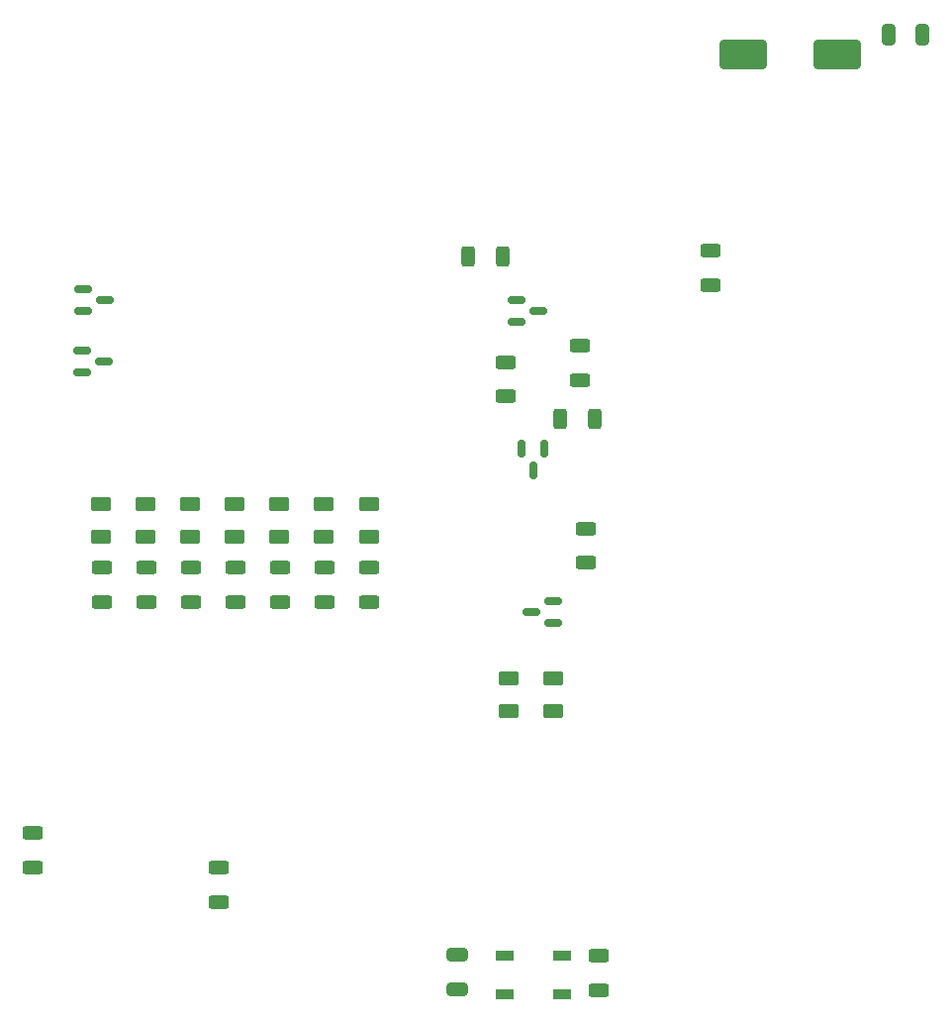
<source format=gtp>
G04 #@! TF.GenerationSoftware,KiCad,Pcbnew,7.0.1*
G04 #@! TF.CreationDate,2023-12-11T01:42:52-03:00*
G04 #@! TF.ProjectId,Shield STM32 Bluepill,53686965-6c64-4205-9354-4d333220426c,2.0*
G04 #@! TF.SameCoordinates,Original*
G04 #@! TF.FileFunction,Paste,Top*
G04 #@! TF.FilePolarity,Positive*
%FSLAX46Y46*%
G04 Gerber Fmt 4.6, Leading zero omitted, Abs format (unit mm)*
G04 Created by KiCad (PCBNEW 7.0.1) date 2023-12-11 01:42:52*
%MOMM*%
%LPD*%
G01*
G04 APERTURE LIST*
G04 Aperture macros list*
%AMRoundRect*
0 Rectangle with rounded corners*
0 $1 Rounding radius*
0 $2 $3 $4 $5 $6 $7 $8 $9 X,Y pos of 4 corners*
0 Add a 4 corners polygon primitive as box body*
4,1,4,$2,$3,$4,$5,$6,$7,$8,$9,$2,$3,0*
0 Add four circle primitives for the rounded corners*
1,1,$1+$1,$2,$3*
1,1,$1+$1,$4,$5*
1,1,$1+$1,$6,$7*
1,1,$1+$1,$8,$9*
0 Add four rect primitives between the rounded corners*
20,1,$1+$1,$2,$3,$4,$5,0*
20,1,$1+$1,$4,$5,$6,$7,0*
20,1,$1+$1,$6,$7,$8,$9,0*
20,1,$1+$1,$8,$9,$2,$3,0*%
G04 Aperture macros list end*
%ADD10RoundRect,0.250000X0.625000X-0.312500X0.625000X0.312500X-0.625000X0.312500X-0.625000X-0.312500X0*%
%ADD11RoundRect,0.150000X-0.587500X-0.150000X0.587500X-0.150000X0.587500X0.150000X-0.587500X0.150000X0*%
%ADD12RoundRect,0.250000X0.625000X-0.375000X0.625000X0.375000X-0.625000X0.375000X-0.625000X-0.375000X0*%
%ADD13RoundRect,0.250000X-0.625000X0.312500X-0.625000X-0.312500X0.625000X-0.312500X0.625000X0.312500X0*%
%ADD14RoundRect,0.150000X-0.150000X0.587500X-0.150000X-0.587500X0.150000X-0.587500X0.150000X0.587500X0*%
%ADD15RoundRect,0.250000X-0.325000X-0.650000X0.325000X-0.650000X0.325000X0.650000X-0.325000X0.650000X0*%
%ADD16RoundRect,0.250000X0.312500X0.625000X-0.312500X0.625000X-0.312500X-0.625000X0.312500X-0.625000X0*%
%ADD17R,1.500000X0.900000*%
%ADD18RoundRect,0.250000X1.750000X1.000000X-1.750000X1.000000X-1.750000X-1.000000X1.750000X-1.000000X0*%
%ADD19RoundRect,0.150000X0.587500X0.150000X-0.587500X0.150000X-0.587500X-0.150000X0.587500X-0.150000X0*%
%ADD20RoundRect,0.250000X-0.650000X0.325000X-0.650000X-0.325000X0.650000X-0.325000X0.650000X0.325000X0*%
G04 APERTURE END LIST*
D10*
X146900000Y-105475000D03*
X146900000Y-102550000D03*
D11*
X172417500Y-53980000D03*
X172417500Y-55880000D03*
X174292500Y-54930000D03*
D10*
X155981400Y-79806800D03*
X155981400Y-76881800D03*
D11*
X135257300Y-58290700D03*
X135257300Y-60190700D03*
X137132300Y-59240700D03*
D12*
X171704000Y-89154000D03*
X171704000Y-86354000D03*
X148312500Y-74221800D03*
X148312500Y-71421800D03*
X136875000Y-74221800D03*
X136875000Y-71421800D03*
X159750000Y-74221800D03*
X159750000Y-71421800D03*
D13*
X159791400Y-76881800D03*
X159791400Y-79806800D03*
D12*
X144500000Y-74221800D03*
X144500000Y-71421800D03*
X152125000Y-74221800D03*
X152125000Y-71421800D03*
D10*
X136931400Y-79806800D03*
X136931400Y-76881800D03*
D14*
X174764500Y-66692500D03*
X172864500Y-66692500D03*
X173814500Y-68567500D03*
D12*
X140687500Y-74221800D03*
X140687500Y-71421800D03*
D15*
X204200000Y-31300000D03*
X207150000Y-31300000D03*
D11*
X135290000Y-53050000D03*
X135290000Y-54950000D03*
X137165000Y-54000000D03*
D10*
X140741400Y-79806800D03*
X140741400Y-76881800D03*
D16*
X179070000Y-64135000D03*
X176145000Y-64135000D03*
D13*
X188976000Y-49784000D03*
X188976000Y-52709000D03*
D10*
X171450000Y-62230000D03*
X171450000Y-59305000D03*
X131025000Y-102475000D03*
X131025000Y-99550000D03*
D17*
X171392000Y-110050000D03*
X171392000Y-113350000D03*
X176292000Y-113350000D03*
X176292000Y-110050000D03*
D10*
X148361400Y-79806800D03*
X148361400Y-76881800D03*
X152171400Y-79806800D03*
X152171400Y-76881800D03*
X177800000Y-60837000D03*
X177800000Y-57912000D03*
D18*
X199834000Y-33020000D03*
X191834000Y-33020000D03*
D19*
X175562500Y-81595000D03*
X175562500Y-79695000D03*
X173687500Y-80645000D03*
D12*
X155937500Y-74221800D03*
X155937500Y-71421800D03*
D13*
X179450000Y-110050000D03*
X179450000Y-112975000D03*
D20*
X167350000Y-110000000D03*
X167350000Y-112950000D03*
D10*
X144551400Y-79806800D03*
X144551400Y-76881800D03*
X178308000Y-76454000D03*
X178308000Y-73529000D03*
D16*
X171196000Y-50292000D03*
X168271000Y-50292000D03*
D12*
X175514000Y-89154000D03*
X175514000Y-86354000D03*
M02*

</source>
